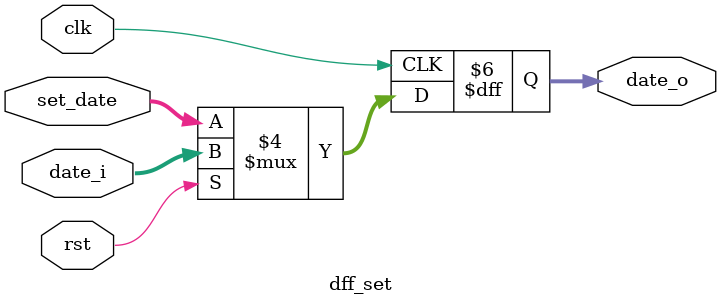
<source format=v>
module dff_set #(//节拍器
	parameter DW = 32
)
(
	input wire 			 clk,
	input wire 			 rst,
	input wire  [DW-1:0] set_date,
	input wire  [DW-1:0] date_i,
	output reg  [DW-1:0] date_o
);


	always @(posedge clk)begin
		if(rst == 1'b0)
			date_o <= set_date;
		else
			date_o <= date_i;
	end


endmodule

</source>
